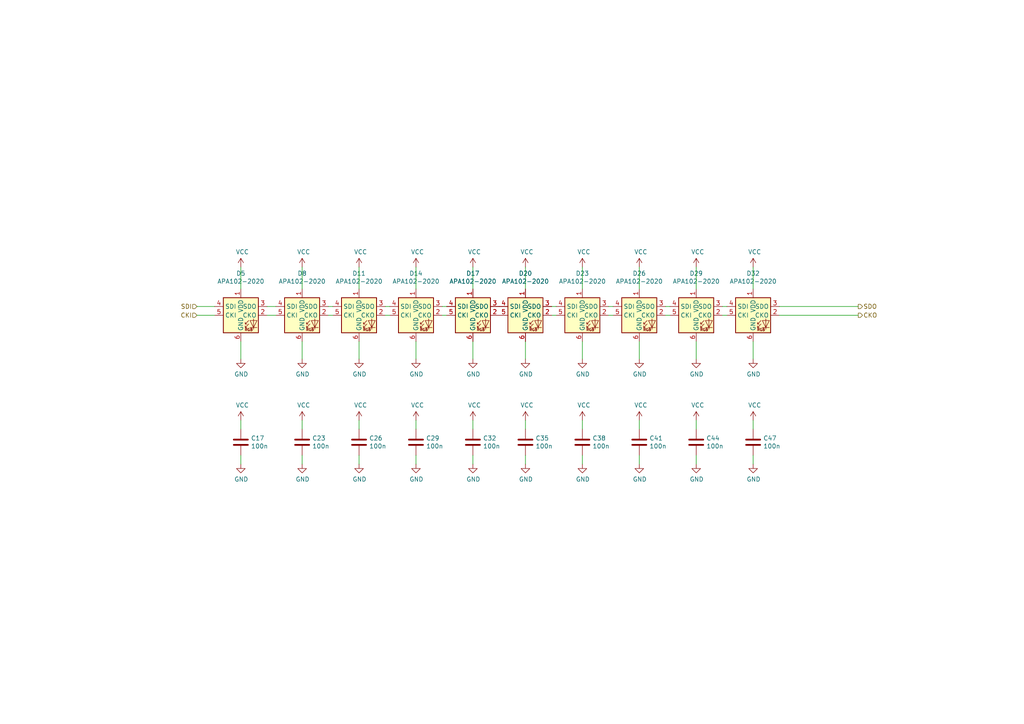
<source format=kicad_sch>
(kicad_sch (version 20230121) (generator eeschema)
  (paper "A4")
  (lib_symbols
    (symbol "Device:C" (pin_numbers hide) (pin_names (offset 0.254))
      (property "Reference" "C" (at 0.635 2.54 0))
      (property "Value" "C" (at 0.635 -2.54 0))
      (symbol "C_0_1"
        (polyline (pts (xy -2.032 -0.762) (xy 2.032 -0.762)) (stroke (width 0.508)))
        (polyline (pts (xy -2.032 0.762) (xy 2.032 0.762)) (stroke (width 0.508)))
      )
      (symbol "C_1_1"
        (pin passive line (at 0 3.81 270) (length 2.794) (name "~") (number "1"))
        (pin passive line (at 0 -3.81 90) (length 2.794) (name "~") (number "2"))
      )
    )
    (symbol "LED:APA102-2020"
      (property "Reference" "D" (at 5.08 5.715 0))
      (property "Value" "APA102-2020" (at 1.27 -5.715 0))
      (symbol "APA102-2020_0_0"
        (text "RGB" (at 2.286 -4.191 0) (effects (font (size 0.762 0.762))))
      )
      (symbol "APA102-2020_0_1"
        (polyline (pts (xy 1.27 -3.556) (xy 1.778 -3.556)))
        (polyline (pts (xy 1.27 -2.54) (xy 1.778 -2.54)))
        (polyline (pts (xy 4.699 -3.556) (xy 2.667 -3.556)))
        (polyline (pts (xy 2.286 -2.54) (xy 1.27 -3.556) (xy 1.27 -3.048)))
        (polyline (pts (xy 2.286 -1.524) (xy 1.27 -2.54) (xy 1.27 -2.032)))
        (polyline (pts (xy 3.683 -1.016) (xy 3.683 -3.556) (xy 3.683 -4.064)))
        (polyline (pts (xy 4.699 -1.524) (xy 2.667 -1.524) (xy 3.683 -3.556) (xy 4.699 -1.524)))
        (rectangle (start 5.08 5.08) (end -5.08 -5.08) (stroke (width 0.254)) (fill (type background)))
      )
      (symbol "APA102-2020_1_1"
        (pin power_in line (at 0 7.62 270) (length 2.54) (name "VDD") (number "1"))
        (pin output line (at 7.62 0 180) (length 2.54) (name "CKO") (number "2"))
        (pin output line (at 7.62 2.54 180) (length 2.54) (name "SDO") (number "3"))
        (pin input line (at -7.62 2.54 0) (length 2.54) (name "SDI") (number "4"))
        (pin input line (at -7.62 0 0) (length 2.54) (name "CKI") (number "5"))
        (pin power_in line (at 0 -7.62 90) (length 2.54) (name "GND") (number "6"))
      )
    )
    (symbol "power:GND" (power) (pin_names (offset 0))
      (property "Value" "GND" (at 0 -3.81 0))
      (symbol "GND_0_1"
        (polyline (pts (xy 0 0) (xy 0 -1.27) (xy 1.27 -1.27) (xy 0 -2.54) (xy -1.27 -1.27) (xy 0 -1.27)))
      )
      (symbol "GND_1_1"
        (pin power_in line (at 0 0 270) (length 0) hide (name "GND") (number "1"))
      )
    )
    (symbol "power:VCC" (power) (pin_names (offset 0))
      (property "Value" "VCC" (at 0 3.81 0))
      (symbol "VCC_0_1"
        (polyline (pts (xy -0.762 1.27) (xy 0 2.54)))
        (polyline (pts (xy 0 0) (xy 0 2.54)))
        (polyline (pts (xy 0 2.54) (xy 0.762 1.27)))
      )
      (symbol "VCC_1_1"
        (pin power_in line (at 0 0 90) (length 0) hide (name "VCC") (number "1"))
      )
    )
  )
  (wire (pts (xy 218.44 83.82) (xy 218.44 77.47)))
  (wire (pts (xy 87.63 83.82) (xy 87.63 77.47)))
  (wire (pts (xy 209.55 91.44) (xy 210.82 91.44)))
  (wire (pts (xy 209.55 88.9) (xy 210.82 88.9)))
  (wire (pts (xy 69.85 104.14) (xy 69.85 99.06)))
  (wire (pts (xy 185.42 104.14) (xy 185.42 99.06)))
  (wire (pts (xy 201.93 134.62) (xy 201.93 132.08)))
  (wire (pts (xy 69.85 124.46) (xy 69.85 121.92)))
  (wire (pts (xy 218.44 104.14) (xy 218.44 99.06)))
  (wire (pts (xy 137.16 134.62) (xy 137.16 132.08)))
  (wire (pts (xy 160.02 88.9) (xy 161.29 88.9)))
  (wire (pts (xy 152.4 104.14) (xy 152.4 99.06)))
  (wire (pts (xy 69.85 134.62) (xy 69.85 132.08)))
  (wire (pts (xy 226.06 88.9) (xy 248.92 88.9)))
  (wire (pts (xy 201.93 124.46) (xy 201.93 121.92)))
  (wire (pts (xy 128.27 91.44) (xy 129.54 91.44)))
  (wire (pts (xy 193.04 91.44) (xy 194.31 91.44)))
  (wire (pts (xy 87.63 134.62) (xy 87.63 132.08)))
  (wire (pts (xy 95.25 91.44) (xy 96.52 91.44)))
  (wire (pts (xy 120.65 134.62) (xy 120.65 132.08)))
  (wire (pts (xy 185.42 124.46) (xy 185.42 121.92)))
  (wire (pts (xy 185.42 134.62) (xy 185.42 132.08)))
  (wire (pts (xy 168.91 134.62) (xy 168.91 132.08)))
  (wire (pts (xy 201.93 104.14) (xy 201.93 99.06)))
  (wire (pts (xy 104.14 134.62) (xy 104.14 132.08)))
  (wire (pts (xy 120.65 124.46) (xy 120.65 121.92)))
  (wire (pts (xy 128.27 88.9) (xy 129.54 88.9)))
  (wire (pts (xy 104.14 124.46) (xy 104.14 121.92)))
  (wire (pts (xy 62.23 91.44) (xy 57.15 91.44)))
  (wire (pts (xy 137.16 83.82) (xy 137.16 77.47)))
  (wire (pts (xy 152.4 83.82) (xy 152.4 77.47)))
  (wire (pts (xy 201.93 83.82) (xy 201.93 77.47)))
  (wire (pts (xy 168.91 124.46) (xy 168.91 121.92)))
  (wire (pts (xy 77.47 91.44) (xy 80.01 91.44)))
  (wire (pts (xy 87.63 124.46) (xy 87.63 121.92)))
  (wire (pts (xy 69.85 83.82) (xy 69.85 77.47)))
  (wire (pts (xy 152.4 134.62) (xy 152.4 132.08)))
  (wire (pts (xy 87.63 104.14) (xy 87.63 99.06)))
  (wire (pts (xy 62.23 88.9) (xy 57.15 88.9)))
  (wire (pts (xy 185.42 83.82) (xy 185.42 77.47)))
  (wire (pts (xy 176.53 88.9) (xy 177.8 88.9)))
  (wire (pts (xy 77.47 88.9) (xy 80.01 88.9)))
  (wire (pts (xy 176.53 91.44) (xy 177.8 91.44)))
  (wire (pts (xy 104.14 104.14) (xy 104.14 99.06)))
  (wire (pts (xy 111.76 88.9) (xy 113.03 88.9)))
  (wire (pts (xy 168.91 83.82) (xy 168.91 77.47)))
  (wire (pts (xy 160.02 91.44) (xy 161.29 91.44)))
  (wire (pts (xy 218.44 124.46) (xy 218.44 121.92)))
  (wire (pts (xy 120.65 83.82) (xy 120.65 77.47)))
  (wire (pts (xy 152.4 124.46) (xy 152.4 121.92)))
  (wire (pts (xy 193.04 88.9) (xy 194.31 88.9)))
  (wire (pts (xy 226.06 91.44) (xy 248.92 91.44)))
  (wire (pts (xy 137.16 124.46) (xy 137.16 121.92)))
  (wire (pts (xy 95.25 88.9) (xy 96.52 88.9)))
  (wire (pts (xy 218.44 134.62) (xy 218.44 132.08)))
  (wire (pts (xy 168.91 104.14) (xy 168.91 99.06)))
  (wire (pts (xy 104.14 83.82) (xy 104.14 77.47)))
  (wire (pts (xy 111.76 91.44) (xy 113.03 91.44)))
  (wire (pts (xy 120.65 104.14) (xy 120.65 99.06)))
  (wire (pts (xy 137.16 99.06) (xy 137.16 104.14)))
  (hierarchical_label "CKO" (shape output) (at 248.92 91.44 0))
  (hierarchical_label "CKI" (shape input) (at 57.15 91.44 180))
  (hierarchical_label "SDI" (shape input) (at 57.15 88.9 180))
  (hierarchical_label "SDO" (shape output) (at 248.92 88.9 0))
  (symbol (lib_id "LED:APA102-2020") (at 69.85 91.44 0) (unit 1)
    (property "Reference" "D5" (at 69.85 79.2988 0))
    (property "Value" "APA102-2020" (at 69.85 81.6102 0))
    (property "Footprint" "LED_SMD:LED-APA102-2020" (effects hide))
    (property "Datasheet" "http://www.led-color.com/upload/201604/APA102-2020%20SMD%20LED.pdf" (effects hide))
    (instances (project "haargabel" (path "" (reference "D5") (unit 1)) (path "" (reference "D4") (unit 1)) (path "" (reference "D3") (unit 1))))
  )
  (symbol (lib_id "LED:APA102-2020") (at 87.63 91.44 0) (unit 1)
    (property "Reference" "D8" (at 87.63 79.2988 0))
    (property "Value" "APA102-2020" (at 87.63 81.6102 0))
    (property "Footprint" "LED_SMD:LED-APA102-2020" (effects hide))
    (property "Datasheet" "http://www.led-color.com/upload/201604/APA102-2020%20SMD%20LED.pdf" (effects hide))
    (instances (project "haargabel" (path "" (reference "D8") (unit 1)) (path "" (reference "D7") (unit 1)) (path "" (reference "D6") (unit 1))))
  )
  (symbol (lib_id "LED:APA102-2020") (at 104.14 91.44 0) (unit 1)
    (property "Reference" "D11" (at 104.14 79.2988 0))
    (property "Value" "APA102-2020" (at 104.14 81.6102 0))
    (property "Footprint" "LED_SMD:LED-APA102-2020" (effects hide))
    (property "Datasheet" "http://www.led-color.com/upload/201604/APA102-2020%20SMD%20LED.pdf" (effects hide))
    (instances (project "haargabel" (path "" (reference "D11") (unit 1)) (path "" (reference "D10") (unit 1)) (path "" (reference "D9") (unit 1))))
  )
  (symbol (lib_id "LED:APA102-2020") (at 120.65 91.44 0) (unit 1)
    (property "Reference" "D14" (at 120.65 79.2988 0))
    (property "Value" "APA102-2020" (at 120.65 81.6102 0))
    (property "Footprint" "LED_SMD:LED-APA102-2020" (effects hide))
    (property "Datasheet" "http://www.led-color.com/upload/201604/APA102-2020%20SMD%20LED.pdf" (effects hide))
    (instances (project "haargabel" (path "" (reference "D14") (unit 1)) (path "" (reference "D13") (unit 1)) (path "" (reference "D12") (unit 1))))
  )
  (symbol (lib_id "LED:APA102-2020") (at 137.16 91.44 0) (unit 1)
    (property "Reference" "D17" (at 137.16 79.2988 0))
    (property "Value" "APA102-2020" (at 137.16 81.6102 0))
    (property "Footprint" "LED_SMD:LED-APA102-2020" (effects hide))
    (property "Datasheet" "http://www.led-color.com/upload/201604/APA102-2020%20SMD%20LED.pdf" (effects hide))
    (instances (project "haargabel" (path "" (reference "D17") (unit 1)) (path "" (reference "D16") (unit 1)) (path "" (reference "D15") (unit 1))))
  )
  (symbol (lib_id "power:VCC") (at 69.85 77.47 0) (unit 1)
    (property "Reference" "#PWR053" (effects hide))
    (property "Value" "VCC" (at 70.2818 73.0758 0))
    (instances (project "haargabel" (path "" (reference "#PWR053") (unit 1)) (path "" (reference "#PWR093") (unit 1)) (path "" (reference "#PWR0133") (unit 1))))
  )
  (symbol (lib_id "power:VCC") (at 87.63 77.47 0) (unit 1)
    (property "Reference" "#PWR057" (effects hide))
    (property "Value" "VCC" (at 88.0618 73.0758 0))
    (instances (project "haargabel" (path "" (reference "#PWR057") (unit 1)) (path "" (reference "#PWR097") (unit 1)) (path "" (reference "#PWR0137") (unit 1))))
  )
  (symbol (lib_id "power:VCC") (at 104.14 77.47 0) (unit 1)
    (property "Reference" "#PWR061" (effects hide))
    (property "Value" "VCC" (at 104.5718 73.0758 0))
    (instances (project "haargabel" (path "" (reference "#PWR061") (unit 1)) (path "" (reference "#PWR0101") (unit 1)) (path "" (reference "#PWR0141") (unit 1))))
  )
  (symbol (lib_id "power:VCC") (at 120.65 77.47 0) (unit 1)
    (property "Reference" "#PWR065" (effects hide))
    (property "Value" "VCC" (at 121.0818 73.0758 0))
    (instances (project "haargabel" (path "" (reference "#PWR065") (unit 1)) (path "" (reference "#PWR0105") (unit 1)) (path "" (reference "#PWR0145") (unit 1))))
  )
  (symbol (lib_id "power:VCC") (at 137.16 77.47 0) (unit 1)
    (property "Reference" "#PWR069" (effects hide))
    (property "Value" "VCC" (at 137.5918 73.0758 0))
    (instances (project "haargabel" (path "" (reference "#PWR069") (unit 1)) (path "" (reference "#PWR0109") (unit 1)) (path "" (reference "#PWR0149") (unit 1))))
  )
  (symbol (lib_id "power:GND") (at 137.16 104.14 0) (unit 1)
    (property "Reference" "#PWR070" (effects hide))
    (property "Value" "GND" (at 137.287 108.5342 0))
    (instances (project "haargabel" (path "" (reference "#PWR070") (unit 1)) (path "" (reference "#PWR0110") (unit 1)) (path "" (reference "#PWR0150") (unit 1))))
  )
  (symbol (lib_id "power:GND") (at 120.65 104.14 0) (unit 1)
    (property "Reference" "#PWR066" (effects hide))
    (property "Value" "GND" (at 120.777 108.5342 0))
    (instances (project "haargabel" (path "" (reference "#PWR066") (unit 1)) (path "" (reference "#PWR0106") (unit 1)) (path "" (reference "#PWR0146") (unit 1))))
  )
  (symbol (lib_id "power:GND") (at 104.14 104.14 0) (unit 1)
    (property "Reference" "#PWR062" (effects hide))
    (property "Value" "GND" (at 104.267 108.5342 0))
    (instances (project "haargabel" (path "" (reference "#PWR062") (unit 1)) (path "" (reference "#PWR0102") (unit 1)) (path "" (reference "#PWR0142") (unit 1))))
  )
  (symbol (lib_id "power:GND") (at 87.63 104.14 0) (unit 1)
    (property "Reference" "#PWR058" (effects hide))
    (property "Value" "GND" (at 87.757 108.5342 0))
    (instances (project "haargabel" (path "" (reference "#PWR058") (unit 1)) (path "" (reference "#PWR098") (unit 1)) (path "" (reference "#PWR0138") (unit 1))))
  )
  (symbol (lib_id "power:GND") (at 69.85 104.14 0) (unit 1)
    (property "Reference" "#PWR054" (effects hide))
    (property "Value" "GND" (at 69.977 108.5342 0))
    (instances (project "haargabel" (path "" (reference "#PWR054") (unit 1)) (path "" (reference "#PWR094") (unit 1)) (path "" (reference "#PWR0134") (unit 1))))
  )
  (symbol (lib_id "LED:APA102-2020") (at 152.4 91.44 0) (unit 1)
    (property "Reference" "D20" (at 152.4 79.2988 0))
    (property "Value" "APA102-2020" (at 152.4 81.6102 0))
    (property "Footprint" "LED_SMD:LED-APA102-2020" (effects hide))
    (property "Datasheet" "http://www.led-color.com/upload/201604/APA102-2020%20SMD%20LED.pdf" (effects hide))
    (instances (project "haargabel" (path "" (reference "D20") (unit 1)) (path "" (reference "D19") (unit 1)) (path "" (reference "D18") (unit 1))))
  )
  (symbol (lib_id "LED:APA102-2020") (at 168.91 91.44 0) (unit 1)
    (property "Reference" "D23" (at 168.91 79.2988 0))
    (property "Value" "APA102-2020" (at 168.91 81.6102 0))
    (property "Footprint" "LED_SMD:LED-APA102-2020" (effects hide))
    (property "Datasheet" "http://www.led-color.com/upload/201604/APA102-2020%20SMD%20LED.pdf" (effects hide))
    (instances (project "haargabel" (path "" (reference "D23") (unit 1)) (path "" (reference "D22") (unit 1)) (path "" (reference "D21") (unit 1))))
  )
  (symbol (lib_id "LED:APA102-2020") (at 185.42 91.44 0) (unit 1)
    (property "Reference" "D26" (at 185.42 79.2988 0))
    (property "Value" "APA102-2020" (at 185.42 81.6102 0))
    (property "Footprint" "LED_SMD:LED-APA102-2020" (effects hide))
    (property "Datasheet" "http://www.led-color.com/upload/201604/APA102-2020%20SMD%20LED.pdf" (effects hide))
    (instances (project "haargabel" (path "" (reference "D26") (unit 1)) (path "" (reference "D25") (unit 1)) (path "" (reference "D24") (unit 1))))
  )
  (symbol (lib_id "power:VCC") (at 168.91 77.47 0) (unit 1)
    (property "Reference" "#PWR077" (effects hide))
    (property "Value" "VCC" (at 169.3418 73.0758 0))
    (instances (project "haargabel" (path "" (reference "#PWR077") (unit 1)) (path "" (reference "#PWR0117") (unit 1)) (path "" (reference "#PWR0157") (unit 1))))
  )
  (symbol (lib_id "power:VCC") (at 185.42 77.47 0) (unit 1)
    (property "Reference" "#PWR081" (effects hide))
    (property "Value" "VCC" (at 185.8518 73.0758 0))
    (instances (project "haargabel" (path "" (reference "#PWR081") (unit 1)) (path "" (reference "#PWR0121") (unit 1)) (path "" (reference "#PWR0161") (unit 1))))
  )
  (symbol (lib_id "power:GND") (at 185.42 104.14 0) (unit 1)
    (property "Reference" "#PWR082" (effects hide))
    (property "Value" "GND" (at 185.547 108.5342 0))
    (instances (project "haargabel" (path "" (reference "#PWR082") (unit 1)) (path "" (reference "#PWR0122") (unit 1)) (path "" (reference "#PWR0162") (unit 1))))
  )
  (symbol (lib_id "power:GND") (at 168.91 104.14 0) (unit 1)
    (property "Reference" "#PWR078" (effects hide))
    (property "Value" "GND" (at 169.037 108.5342 0))
    (instances (project "haargabel" (path "" (reference "#PWR078") (unit 1)) (path "" (reference "#PWR0118") (unit 1)) (path "" (reference "#PWR0158") (unit 1))))
  )
  (symbol (lib_id "power:VCC") (at 168.91 121.92 0) (unit 1)
    (property "Reference" "#PWR079" (effects hide))
    (property "Value" "VCC" (at 169.3418 117.5258 0))
    (instances (project "haargabel" (path "" (reference "#PWR079") (unit 1)) (path "" (reference "#PWR0119") (unit 1)) (path "" (reference "#PWR0159") (unit 1))))
  )
  (symbol (lib_id "Device:C") (at 168.91 128.27 0) (unit 1)
    (property "Reference" "C38" (at 171.831 127.1016 0) (effects (justify left)))
    (property "Value" "100n" (at 171.831 129.413 0) (effects (justify left)))
    (property "Footprint" "Capacitor_SMD:C_0603_1608Metric" (effects hide))
    (instances (project "haargabel" (path "" (reference "C38") (unit 1)) (path "" (reference "C37") (unit 1)) (path "" (reference "C36") (unit 1))))
  )
  (symbol (lib_id "power:GND") (at 168.91 134.62 0) (unit 1)
    (property "Reference" "#PWR080" (effects hide))
    (property "Value" "GND" (at 169.037 139.0142 0))
    (instances (project "haargabel" (path "" (reference "#PWR080") (unit 1)) (path "" (reference "#PWR0120") (unit 1)) (path "" (reference "#PWR0160") (unit 1))))
  )
  (symbol (lib_id "power:VCC") (at 185.42 121.92 0) (unit 1)
    (property "Reference" "#PWR083" (effects hide))
    (property "Value" "VCC" (at 185.8518 117.5258 0))
    (instances (project "haargabel" (path "" (reference "#PWR083") (unit 1)) (path "" (reference "#PWR0123") (unit 1)) (path "" (reference "#PWR0163") (unit 1))))
  )
  (symbol (lib_id "Device:C") (at 185.42 128.27 0) (unit 1)
    (property "Reference" "C41" (at 188.341 127.1016 0) (effects (justify left)))
    (property "Value" "100n" (at 188.341 129.413 0) (effects (justify left)))
    (property "Footprint" "Capacitor_SMD:C_0603_1608Metric" (effects hide))
    (instances (project "haargabel" (path "" (reference "C41") (unit 1)) (path "" (reference "C40") (unit 1)) (path "" (reference "C39") (unit 1))))
  )
  (symbol (lib_id "power:GND") (at 185.42 134.62 0) (unit 1)
    (property "Reference" "#PWR084" (effects hide))
    (property "Value" "GND" (at 185.547 139.0142 0))
    (instances (project "haargabel" (path "" (reference "#PWR084") (unit 1)) (path "" (reference "#PWR0124") (unit 1)) (path "" (reference "#PWR0164") (unit 1))))
  )
  (symbol (lib_id "power:VCC") (at 69.85 121.92 0) (unit 1)
    (property "Reference" "#PWR055" (effects hide))
    (property "Value" "VCC" (at 70.2818 117.5258 0))
    (instances (project "haargabel" (path "" (reference "#PWR055") (unit 1)) (path "" (reference "#PWR095") (unit 1)) (path "" (reference "#PWR0135") (unit 1))))
  )
  (symbol (lib_id "Device:C") (at 69.85 128.27 0) (unit 1)
    (property "Reference" "C17" (at 72.771 127.1016 0) (effects (justify left)))
    (property "Value" "100n" (at 72.771 129.413 0) (effects (justify left)))
    (property "Footprint" "Capacitor_SMD:C_0603_1608Metric" (effects hide))
    (instances (project "haargabel" (path "" (reference "C17") (unit 1)) (path "" (reference "C15") (unit 1)) (path "" (reference "C10") (unit 1))))
  )
  (symbol (lib_id "power:GND") (at 69.85 134.62 0) (unit 1)
    (property "Reference" "#PWR056" (effects hide))
    (property "Value" "GND" (at 69.977 139.0142 0))
    (instances (project "haargabel" (path "" (reference "#PWR056") (unit 1)) (path "" (reference "#PWR096") (unit 1)) (path "" (reference "#PWR0136") (unit 1))))
  )
  (symbol (lib_id "power:VCC") (at 87.63 121.92 0) (unit 1)
    (property "Reference" "#PWR059" (effects hide))
    (property "Value" "VCC" (at 88.0618 117.5258 0))
    (instances (project "haargabel" (path "" (reference "#PWR059") (unit 1)) (path "" (reference "#PWR099") (unit 1)) (path "" (reference "#PWR0139") (unit 1))))
  )
  (symbol (lib_id "Device:C") (at 87.63 128.27 0) (unit 1)
    (property "Reference" "C23" (at 90.551 127.1016 0) (effects (justify left)))
    (property "Value" "100n" (at 90.551 129.413 0) (effects (justify left)))
    (property "Footprint" "Capacitor_SMD:C_0603_1608Metric" (effects hide))
    (instances (project "haargabel" (path "" (reference "C23") (unit 1)) (path "" (reference "C22") (unit 1)) (path "" (reference "C21") (unit 1))))
  )
  (symbol (lib_id "power:GND") (at 87.63 134.62 0) (unit 1)
    (property "Reference" "#PWR060" (effects hide))
    (property "Value" "GND" (at 87.757 139.0142 0))
    (instances (project "haargabel" (path "" (reference "#PWR060") (unit 1)) (path "" (reference "#PWR0100") (unit 1)) (path "" (reference "#PWR0140") (unit 1))))
  )
  (symbol (lib_id "power:GND") (at 152.4 104.14 0) (unit 1)
    (property "Reference" "#PWR074" (effects hide))
    (property "Value" "GND" (at 152.527 108.5342 0))
    (instances (project "haargabel" (path "" (reference "#PWR074") (unit 1)) (path "" (reference "#PWR0114") (unit 1)) (path "" (reference "#PWR0154") (unit 1))))
  )
  (symbol (lib_id "power:VCC") (at 104.14 121.92 0) (unit 1)
    (property "Reference" "#PWR063" (effects hide))
    (property "Value" "VCC" (at 104.5718 117.5258 0))
    (instances (project "haargabel" (path "" (reference "#PWR063") (unit 1)) (path "" (reference "#PWR0103") (unit 1)) (path "" (reference "#PWR0143") (unit 1))))
  )
  (symbol (lib_id "Device:C") (at 104.14 128.27 0) (unit 1)
    (property "Reference" "C26" (at 107.061 127.1016 0) (effects (justify left)))
    (property "Value" "100n" (at 107.061 129.413 0) (effects (justify left)))
    (property "Footprint" "Capacitor_SMD:C_0603_1608Metric" (effects hide))
    (instances (project "haargabel" (path "" (reference "C26") (unit 1)) (path "" (reference "C25") (unit 1)) (path "" (reference "C24") (unit 1))))
  )
  (symbol (lib_id "power:GND") (at 104.14 134.62 0) (unit 1)
    (property "Reference" "#PWR064" (effects hide))
    (property "Value" "GND" (at 104.267 139.0142 0))
    (instances (project "haargabel" (path "" (reference "#PWR064") (unit 1)) (path "" (reference "#PWR0104") (unit 1)) (path "" (reference "#PWR0144") (unit 1))))
  )
  (symbol (lib_id "power:VCC") (at 120.65 121.92 0) (unit 1)
    (property "Reference" "#PWR067" (effects hide))
    (property "Value" "VCC" (at 121.0818 117.5258 0))
    (instances (project "haargabel" (path "" (reference "#PWR067") (unit 1)) (path "" (reference "#PWR0107") (unit 1)) (path "" (reference "#PWR0147") (unit 1))))
  )
  (symbol (lib_id "Device:C") (at 120.65 128.27 0) (unit 1)
    (property "Reference" "C29" (at 123.571 127.1016 0) (effects (justify left)))
    (property "Value" "100n" (at 123.571 129.413 0) (effects (justify left)))
    (property "Footprint" "Capacitor_SMD:C_0603_1608Metric" (effects hide))
    (instances (project "haargabel" (path "" (reference "C29") (unit 1)) (path "" (reference "C28") (unit 1)) (path "" (reference "C27") (unit 1))))
  )
  (symbol (lib_id "power:GND") (at 120.65 134.62 0) (unit 1)
    (property "Reference" "#PWR068" (effects hide))
    (property "Value" "GND" (at 120.777 139.0142 0))
    (instances (project "haargabel" (path "" (reference "#PWR068") (unit 1)) (path "" (reference "#PWR0108") (unit 1)) (path "" (reference "#PWR0148") (unit 1))))
  )
  (symbol (lib_id "power:VCC") (at 137.16 121.92 0) (unit 1)
    (property "Reference" "#PWR071" (effects hide))
    (property "Value" "VCC" (at 137.5918 117.5258 0))
    (instances (project "haargabel" (path "" (reference "#PWR071") (unit 1)) (path "" (reference "#PWR0111") (unit 1)) (path "" (reference "#PWR0151") (unit 1))))
  )
  (symbol (lib_id "Device:C") (at 137.16 128.27 0) (unit 1)
    (property "Reference" "C32" (at 140.081 127.1016 0) (effects (justify left)))
    (property "Value" "100n" (at 140.081 129.413 0) (effects (justify left)))
    (property "Footprint" "Capacitor_SMD:C_0603_1608Metric" (effects hide))
    (instances (project "haargabel" (path "" (reference "C32") (unit 1)) (path "" (reference "C31") (unit 1)) (path "" (reference "C30") (unit 1))))
  )
  (symbol (lib_id "power:GND") (at 137.16 134.62 0) (unit 1)
    (property "Reference" "#PWR072" (effects hide))
    (property "Value" "GND" (at 137.287 139.0142 0))
    (instances (project "haargabel" (path "" (reference "#PWR072") (unit 1)) (path "" (reference "#PWR0112") (unit 1)) (path "" (reference "#PWR0152") (unit 1))))
  )
  (symbol (lib_id "power:VCC") (at 152.4 121.92 0) (unit 1)
    (property "Reference" "#PWR075" (effects hide))
    (property "Value" "VCC" (at 152.8318 117.5258 0))
    (instances (project "haargabel" (path "" (reference "#PWR075") (unit 1)) (path "" (reference "#PWR0115") (unit 1)) (path "" (reference "#PWR0155") (unit 1))))
  )
  (symbol (lib_id "Device:C") (at 152.4 128.27 0) (unit 1)
    (property "Reference" "C35" (at 155.321 127.1016 0) (effects (justify left)))
    (property "Value" "100n" (at 155.321 129.413 0) (effects (justify left)))
    (property "Footprint" "Capacitor_SMD:C_0603_1608Metric" (effects hide))
    (instances (project "haargabel" (path "" (reference "C35") (unit 1)) (path "" (reference "C34") (unit 1)) (path "" (reference "C33") (unit 1))))
  )
  (symbol (lib_id "power:GND") (at 152.4 134.62 0) (unit 1)
    (property "Reference" "#PWR076" (effects hide))
    (property "Value" "GND" (at 152.527 139.0142 0))
    (instances (project "haargabel" (path "" (reference "#PWR076") (unit 1)) (path "" (reference "#PWR0116") (unit 1)) (path "" (reference "#PWR0156") (unit 1))))
  )
  (symbol (lib_id "power:VCC") (at 152.4 77.47 0) (unit 1)
    (property "Reference" "#PWR073" (effects hide))
    (property "Value" "VCC" (at 152.8318 73.0758 0))
    (instances (project "haargabel" (path "" (reference "#PWR073") (unit 1)) (path "" (reference "#PWR0113") (unit 1)) (path "" (reference "#PWR0153") (unit 1))))
  )
  (symbol (lib_id "LED:APA102-2020") (at 201.93 91.44 0) (unit 1)
    (property "Reference" "D29" (at 201.93 79.2988 0))
    (property "Value" "APA102-2020" (at 201.93 81.6102 0))
    (property "Footprint" "LED_SMD:LED-APA102-2020" (effects hide))
    (property "Datasheet" "http://www.led-color.com/upload/201604/APA102-2020%20SMD%20LED.pdf" (effects hide))
    (instances (project "haargabel" (path "" (reference "D29") (unit 1)) (path "" (reference "D28") (unit 1)) (path "" (reference "D27") (unit 1))))
  )
  (symbol (lib_id "LED:APA102-2020") (at 218.44 91.44 0) (unit 1)
    (property "Reference" "D32" (at 218.44 79.2988 0))
    (property "Value" "APA102-2020" (at 218.44 81.6102 0))
    (property "Footprint" "LED_SMD:LED-APA102-2020" (effects hide))
    (property "Datasheet" "http://www.led-color.com/upload/201604/APA102-2020%20SMD%20LED.pdf" (effects hide))
    (instances (project "haargabel" (path "" (reference "D32") (unit 1)) (path "" (reference "D31") (unit 1)) (path "" (reference "D30") (unit 1))))
  )
  (symbol (lib_id "power:VCC") (at 201.93 77.47 0) (unit 1)
    (property "Reference" "#PWR085" (effects hide))
    (property "Value" "VCC" (at 202.3618 73.0758 0))
    (instances (project "haargabel" (path "" (reference "#PWR085") (unit 1)) (path "" (reference "#PWR0125") (unit 1)) (path "" (reference "#PWR0165") (unit 1))))
  )
  (symbol (lib_id "power:VCC") (at 218.44 77.47 0) (unit 1)
    (property "Reference" "#PWR089" (effects hide))
    (property "Value" "VCC" (at 218.8718 73.0758 0))
    (instances (project "haargabel" (path "" (reference "#PWR089") (unit 1)) (path "" (reference "#PWR0129") (unit 1)) (path "" (reference "#PWR0169") (unit 1))))
  )
  (symbol (lib_id "power:GND") (at 218.44 104.14 0) (unit 1)
    (property "Reference" "#PWR090" (effects hide))
    (property "Value" "GND" (at 218.567 108.5342 0))
    (instances (project "haargabel" (path "" (reference "#PWR090") (unit 1)) (path "" (reference "#PWR0130") (unit 1)) (path "" (reference "#PWR0170") (unit 1))))
  )
  (symbol (lib_id "power:GND") (at 201.93 104.14 0) (unit 1)
    (property "Reference" "#PWR086" (effects hide))
    (property "Value" "GND" (at 202.057 108.5342 0))
    (instances (project "haargabel" (path "" (reference "#PWR086") (unit 1)) (path "" (reference "#PWR0126") (unit 1)) (path "" (reference "#PWR0166") (unit 1))))
  )
  (symbol (lib_id "power:VCC") (at 201.93 121.92 0) (unit 1)
    (property "Reference" "#PWR087" (effects hide))
    (property "Value" "VCC" (at 202.3618 117.5258 0))
    (instances (project "haargabel" (path "" (reference "#PWR087") (unit 1)) (path "" (reference "#PWR0127") (unit 1)) (path "" (reference "#PWR0167") (unit 1))))
  )
  (symbol (lib_id "Device:C") (at 201.93 128.27 0) (unit 1)
    (property "Reference" "C44" (at 204.851 127.1016 0) (effects (justify left)))
    (property "Value" "100n" (at 204.851 129.413 0) (effects (justify left)))
    (property "Footprint" "Capacitor_SMD:C_0603_1608Metric" (effects hide))
    (instances (project "haargabel" (path "" (reference "C44") (unit 1)) (path "" (reference "C43") (unit 1)) (path "" (reference "C42") (unit 1))))
  )
  (symbol (lib_id "power:GND") (at 201.93 134.62 0) (unit 1)
    (property "Reference" "#PWR088" (effects hide))
    (property "Value" "GND" (at 202.057 139.0142 0))
    (instances (project "haargabel" (path "" (reference "#PWR088") (unit 1)) (path "" (reference "#PWR0128") (unit 1)) (path "" (reference "#PWR0168") (unit 1))))
  )
  (symbol (lib_id "power:VCC") (at 218.44 121.92 0) (unit 1)
    (property "Reference" "#PWR091" (effects hide))
    (property "Value" "VCC" (at 218.8718 117.5258 0))
    (instances (project "haargabel" (path "" (reference "#PWR091") (unit 1)) (path "" (reference "#PWR0131") (unit 1)) (path "" (reference "#PWR0171") (unit 1))))
  )
  (symbol (lib_id "Device:C") (at 218.44 128.27 0) (unit 1)
    (property "Reference" "C47" (at 221.361 127.1016 0) (effects (justify left)))
    (property "Value" "100n" (at 221.361 129.413 0) (effects (justify left)))
    (property "Footprint" "Capacitor_SMD:C_0603_1608Metric" (effects hide))
    (instances (project "haargabel" (path "" (reference "C47") (unit 1)) (path "" (reference "C46") (unit 1)) (path "" (reference "C45") (unit 1))))
  )
  (symbol (lib_id "power:GND") (at 218.44 134.62 0) (unit 1)
    (property "Reference" "#PWR092" (effects hide))
    (property "Value" "GND" (at 218.567 139.0142 0))
    (instances (project "haargabel" (path "" (reference "#PWR092") (unit 1)) (path "" (reference "#PWR0132") (unit 1)) (path "" (reference "#PWR0172") (unit 1))))
  )
)
</source>
